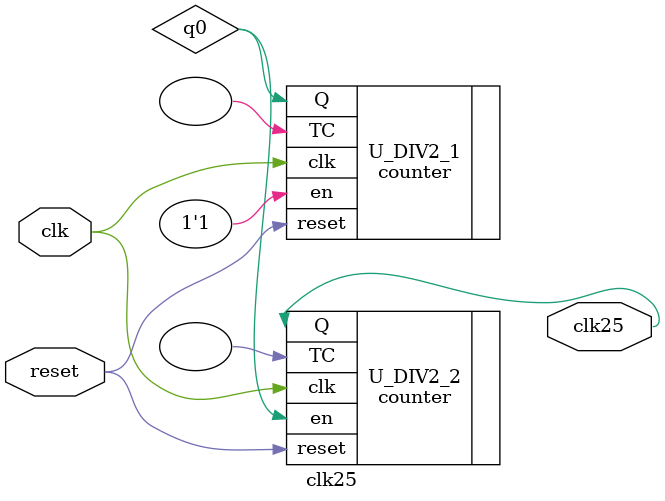
<source format=v>
module clk25 (
    input  wire clk,
    input  wire reset,
    output wire clk25
);
    wire q0;

    counter #(
        .MaxCount  (1),
        .DataWidth (1)
    ) U_DIV2_1 (
        .clk   (clk),
        .reset (reset),
        .en    (1'b1),
        .Q     (q0),
        .TC    ()
    );

    counter #(
        .MaxCount  (1),
        .DataWidth (1)
    ) U_DIV2_2 (
        .clk   (clk),
        .reset (reset),
        .en    (q0),
        .Q     (clk25),
        .TC    ()
    );

endmodule

</source>
